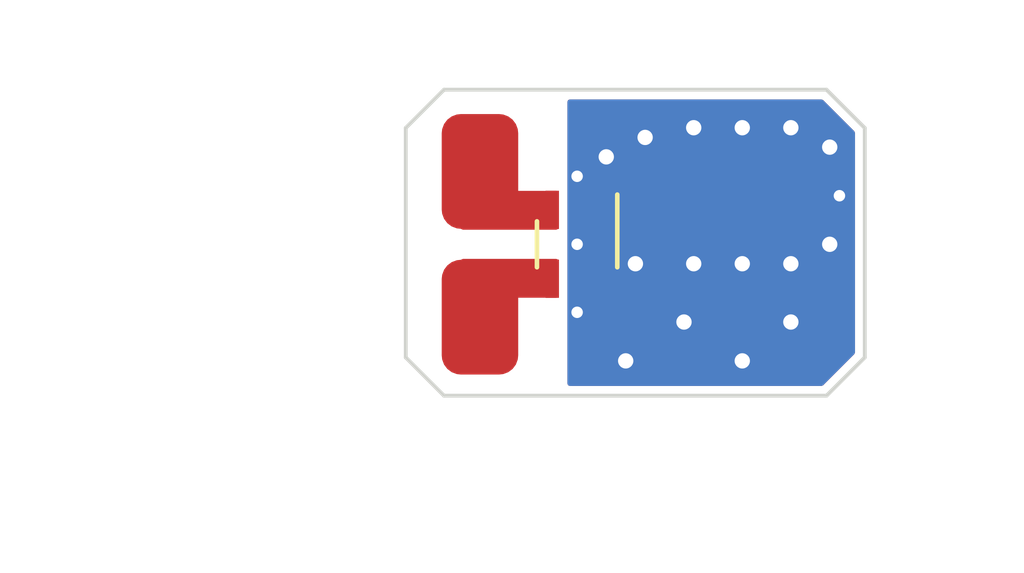
<source format=kicad_pcb>
(kicad_pcb (version 20211014) (generator pcbnew)
  (layers (0 "F.Cu" signal) (31 "B.Cu" signal) (34 "B.Paste" user) (35 "F.Paste" user) (36 "B.SilkS" user "B.Silkscreen") (37 "F.SilkS" user "F.Silkscreen") (38 "B.Mask" user) (39 "F.Mask" user) (44 "Edge.Cuts" user))
  (net 0 "")
  (net 1 "GND")
  (net 2 "Net-(J1-Pad1)")
  (net 3 "Net-(AE1-Pad1)")
  (net 4 "Net-(AE1-Pad2)")
  (footprint "" (layer "F.Cu") (at 161.29 80.772 90)
    (fp_text reference "" (at 0 0 90) (layer "F.SilkS") (effects (font (size 1.27 1.27))))
    (fp_text value "" (at 0 0 90) (layer "F.SilkS") (effects (font (size 1.27 1.27))))
    (pad "1" smd roundrect locked (at 0 0 180) (size 3 2) (layers "F.Cu" "F.Mask") (net 2 "Net-(J1-Pad1)"))
  )
  (footprint "RF_Converter:Balun_Johanson_0896BM15A0001" (layer "F.Cu") (at 157.48 82.042 -90)
    (fp_text reference "U1" hide)
    (fp_text value "0915BM15A0001")
    (fp_line (start -1.3 -1.05) (end 0.6 -1.05) (layer "F.SilkS") (width 0.12))
    (fp_line (start -0.6 1.05) (end 0.6 1.05) (layer "F.SilkS") (width 0.12))
    (pad "1" smd rect (at -0.9 -0.65 270) (size 1 0.35) (layers "F.Cu" "F.Paste" "F.Mask") (net 2 "Net-(J1-Pad1)") (clearance 0.2))
    (pad "2" smd rect (at -0.9 0 270) (size 1 0.35) (layers "F.Cu" "F.Paste" "F.Mask") (net 1 "GND"))
    (pad "3" smd rect (at -0.9 0.65 270) (size 1 0.35) (layers "F.Cu" "F.Paste" "F.Mask") (net 3 "Net-(AE1-Pad1)") (clearance 0.2))
    (pad "4" smd rect (at 0.9 0.65 270) (size 1 0.35) (layers "F.Cu" "F.Paste" "F.Mask") (net 4 "Net-(AE1-Pad2)") (clearance 0.2))
    (pad "5" smd rect (at 0.9 0 270) (size 1 0.35) (layers "F.Cu" "F.Paste" "F.Mask") (net 1 "GND"))
    (pad "6" smd rect (at 0.9 -0.65 270) (size 1 0.35) (layers "F.Cu" "F.Paste" "F.Mask") (net 1 "GND") (clearance 0.2))
  )
  (footprint "" (layer "F.Cu") (at 154.94 80.137)
    (fp_text reference "" (at 0 0) (layer "F.SilkS") (effects (font (size 1.27 1.27))))
    (fp_text value "" (at 0 0) (layer "F.SilkS") (effects (font (size 1.27 1.27))))
    (pad "1" smd roundrect locked (at 0 0 90) (size 3 2) (layers "F.Cu" "F.Mask") (net 3 "Net-(AE1-Pad1)"))
  )
  (footprint "" (layer "F.Cu") (at 154.94 83.947)
    (fp_text reference "" (at 0 0) (layer "F.SilkS") (effects (font (size 1.27 1.27))))
    (fp_text value "" (at 0 0) (layer "F.SilkS") (effects (font (size 1.27 1.27))))
    (pad "1" smd roundrect locked (at 0 0 90) (size 3 2) (layers "F.Cu" "F.Mask") (net 4 "Net-(AE1-Pad2)"))
  )
  (footprint "TXV_Library_Footprints:PlatedEdgePad_6mm" (layer "B.Cu") (at 161.29 80.772 180)
    (fp_text reference "REF**" hide)
    (fp_text value "PlatedEdgePad_6mm")
    (pad "1" smd roundrect locked (at 0 0 180) (size 5 2) (layers "B.Cu" "B.Mask") (net 1 "GND"))
  )
  (gr_line (start 165 85) (end 165 79) (layer "Edge.Cuts") (width 0.1))
  (gr_line (start 164 78) (end 154 78) (layer "Edge.Cuts") (width 0.1))
  (gr_line (start 164 86) (end 165 85) (layer "Edge.Cuts") (width 0.1))
  (gr_line (start 153 79) (end 153 85) (layer "Edge.Cuts") (width 0.1))
  (gr_line (start 154 78) (end 153 79) (layer "Edge.Cuts") (width 0.1))
  (gr_line (start 154 86) (end 164 86) (layer "Edge.Cuts") (width 0.1))
  (gr_line (start 165 79) (end 164 78) (layer "Edge.Cuts") (width 0.1))
  (gr_line (start 153 85) (end 154 86) (layer "Edge.Cuts") (width 0.1))
  (via (at 160.274 84.074) (size 0.8) (drill 0.4) (layers "F.Cu" "B.Cu") (net 1))
  (via (at 160.528 82.55) (size 0.8) (drill 0.4) (layers "F.Cu" "B.Cu") (net 1))
  (via (at 159.258 79.248) (size 0.8) (drill 0.4) (layers "F.Cu" "B.Cu") (net 1))
  (via (at 163.068 78.994) (size 0.8) (drill 0.4) (layers "F.Cu" "B.Cu") (net 1))
  (via (at 159.004 82.55) (size 0.8) (drill 0.4) (layers "F.Cu" "B.Cu") (net 1))
  (via (at 161.798 85.09) (size 0.8) (drill 0.4) (layers "F.Cu" "B.Cu") (net 1))
  (via (at 157.48 80.264) (size 0.5) (drill 0.3) (layers "F.Cu" "B.Cu") (net 1))
  (via (at 161.798 78.994) (size 0.8) (drill 0.4) (layers "F.Cu" "B.Cu") (net 1))
  (via (at 161.798 82.55) (size 0.8) (drill 0.4) (layers "F.Cu" "B.Cu") (net 1))
  (via (at 164.084 79.502) (size 0.8) (drill 0.4) (layers "F.Cu" "B.Cu") (net 1))
  (via (at 163.068 84.074) (size 0.8) (drill 0.4) (layers "F.Cu" "B.Cu") (net 1))
  (via (at 163.068 82.55) (size 0.8) (drill 0.4) (layers "F.Cu" "B.Cu") (net 1))
  (via (at 158.75 85.09) (size 0.8) (drill 0.4) (layers "F.Cu" "B.Cu") (net 1))
  (via (at 157.48 83.82) (size 0.5) (drill 0.3) (layers "F.Cu" "B.Cu") (net 1))
  (via (at 157.48 82.042) (size 0.5) (drill 0.3) (layers "F.Cu" "B.Cu") (net 1))
  (via (at 164.338 80.772) (size 0.5) (drill 0.3) (layers "F.Cu" "B.Cu") (net 1))
  (via (at 160.528 78.994) (size 0.8) (drill 0.4) (layers "F.Cu" "B.Cu") (net 1))
  (via (at 158.242 79.756) (size 0.8) (drill 0.4) (layers "F.Cu" "B.Cu") (net 1))
  (via (at 164.084 82.042) (size 0.8) (drill 0.4) (layers "F.Cu" "B.Cu") (net 1))
  (zone (net 4) (net_name "Net-(AE1-Pad2)") (layer "F.Cu") (connect_pads yes (clearance 0.254)) (min_thickness 0.127) (fill yes (thermal_gap 0.508) (thermal_bridge_width 0.508))
    (polygon (pts (xy 156.9974 83.439) (xy 155.702 83.439) (xy 154.432 83.439) (xy 154.432 82.931) (xy 154.432 82.423) (xy 156.9974 82.423)))
  )
  (zone (net 1) (net_name "GND") (layers F&B.Cu) (connect_pads yes (clearance 0.254)) (min_thickness 0.127) (fill yes (thermal_gap 0.254) (thermal_bridge_width 0.254))
    (polygon (pts (xy 165 86) (xy 157.226 86) (xy 157.226 77.978) (xy 165 78)))
  )
  (zone (net 3) (net_name "Net-(AE1-Pad1)") (layer "F.Cu") (connect_pads yes (clearance 0.256)) (min_thickness 0.127) (fill yes (thermal_gap 0.508) (thermal_bridge_width 0.508))
    (polygon (pts (xy 156.9974 81.661) (xy 154.432 81.661) (xy 154.432 80.645) (xy 155.702 80.645) (xy 156.9974 80.645)))
  )
  (zone (net 2) (net_name "Net-(J1-Pad1)") (layer "F.Cu") (priority 1) (connect_pads yes (clearance 0.254)) (min_thickness 0.127) (fill yes (thermal_gap 0.508) (thermal_bridge_width 0.508))
    (polygon (pts (xy 162.179 81.661) (xy 157.861 81.661) (xy 157.861 80.645) (xy 160.274 80.645) (xy 161.417 80.645) (xy 162.179 80.645)))
  )
)
</source>
